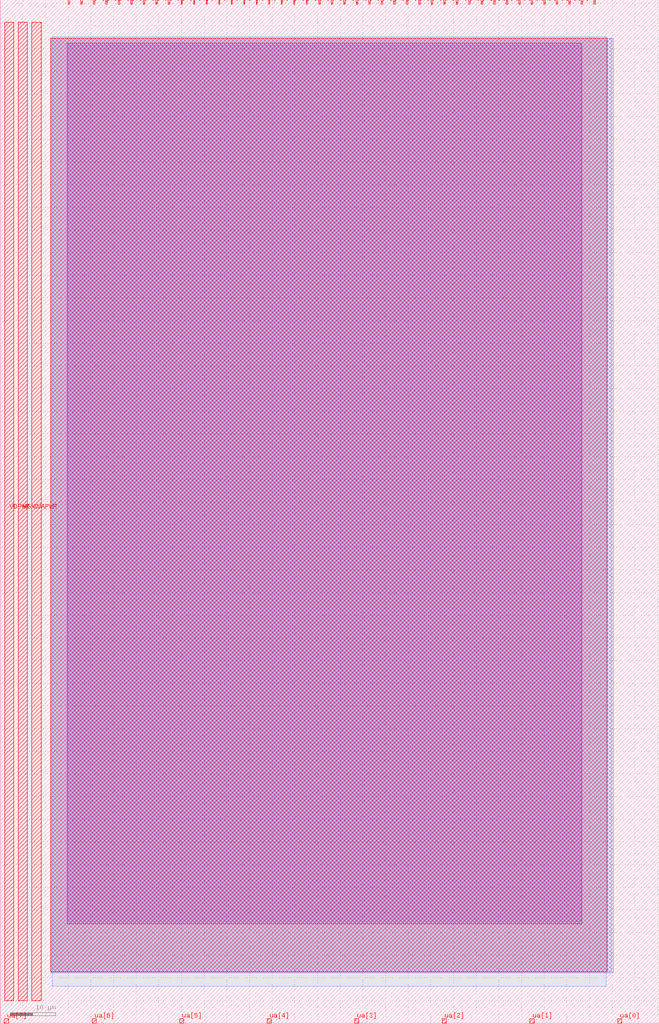
<source format=lef>
VERSION 5.7 ;
  NOWIREEXTENSIONATPIN ON ;
  DIVIDERCHAR "/" ;
  BUSBITCHARS "[]" ;
MACRO tt_um_veswaranandam_saradc_dac
  CLASS BLOCK ;
  FOREIGN tt_um_veswaranandam_saradc_dac ;
  ORIGIN 0.000 0.000 ;
  SIZE 145.360 BY 225.760 ;
  PIN clk
    DIRECTION INPUT ;
    USE SIGNAL ;
    PORT
      LAYER met4 ;
        RECT 128.190 224.760 128.490 225.760 ;
    END
  END clk
  PIN ena
    DIRECTION INPUT ;
    USE SIGNAL ;
    PORT
      LAYER met4 ;
        RECT 130.950 224.760 131.250 225.760 ;
    END
  END ena
  PIN rst_n
    DIRECTION INPUT ;
    USE SIGNAL ;
    PORT
      LAYER met4 ;
        RECT 125.430 224.760 125.730 225.760 ;
    END
  END rst_n
  PIN ua[0]
    DIRECTION INOUT ;
    USE SIGNAL ;
    PORT
      LAYER met4 ;
        RECT 136.170 0.000 137.070 1.000 ;
    END
  END ua[0]
  PIN ua[1]
    DIRECTION INOUT ;
    USE SIGNAL ;
    PORT
      LAYER met4 ;
        RECT 116.850 0.000 117.750 1.000 ;
    END
  END ua[1]
  PIN ua[2]
    DIRECTION INOUT ;
    USE SIGNAL ;
    PORT
      LAYER met4 ;
        RECT 97.530 0.000 98.430 1.000 ;
    END
  END ua[2]
  PIN ua[3]
    DIRECTION INOUT ;
    USE SIGNAL ;
    PORT
      LAYER met4 ;
        RECT 78.210 0.000 79.110 1.000 ;
    END
  END ua[3]
  PIN ua[4]
    DIRECTION INOUT ;
    USE SIGNAL ;
    PORT
      LAYER met4 ;
        RECT 58.890 0.000 59.790 1.000 ;
    END
  END ua[4]
  PIN ua[5]
    DIRECTION INOUT ;
    USE SIGNAL ;
    PORT
      LAYER met4 ;
        RECT 39.570 0.000 40.470 1.000 ;
    END
  END ua[5]
  PIN ua[6]
    DIRECTION INOUT ;
    USE SIGNAL ;
    PORT
      LAYER met4 ;
        RECT 20.250 0.000 21.150 1.000 ;
    END
  END ua[6]
  PIN ua[7]
    DIRECTION INOUT ;
    USE SIGNAL ;
    PORT
      LAYER met4 ;
        RECT 0.930 0.000 1.830 1.000 ;
    END
  END ua[7]
  PIN ui_in[0]
    DIRECTION INPUT ;
    USE SIGNAL ;
    PORT
      LAYER met4 ;
        RECT 122.670 224.760 122.970 225.760 ;
    END
  END ui_in[0]
  PIN ui_in[1]
    DIRECTION INPUT ;
    USE SIGNAL ;
    PORT
      LAYER met4 ;
        RECT 119.910 224.760 120.210 225.760 ;
    END
  END ui_in[1]
  PIN ui_in[2]
    DIRECTION INPUT ;
    USE SIGNAL ;
    PORT
      LAYER met4 ;
        RECT 117.150 224.760 117.450 225.760 ;
    END
  END ui_in[2]
  PIN ui_in[3]
    DIRECTION INPUT ;
    USE SIGNAL ;
    PORT
      LAYER met4 ;
        RECT 114.390 224.760 114.690 225.760 ;
    END
  END ui_in[3]
  PIN ui_in[4]
    DIRECTION INPUT ;
    USE SIGNAL ;
    PORT
      LAYER met4 ;
        RECT 111.630 224.760 111.930 225.760 ;
    END
  END ui_in[4]
  PIN ui_in[5]
    DIRECTION INPUT ;
    USE SIGNAL ;
    PORT
      LAYER met4 ;
        RECT 108.870 224.760 109.170 225.760 ;
    END
  END ui_in[5]
  PIN ui_in[6]
    DIRECTION INPUT ;
    USE SIGNAL ;
    PORT
      LAYER met4 ;
        RECT 106.110 224.760 106.410 225.760 ;
    END
  END ui_in[6]
  PIN ui_in[7]
    DIRECTION INPUT ;
    USE SIGNAL ;
    PORT
      LAYER met4 ;
        RECT 103.350 224.760 103.650 225.760 ;
    END
  END ui_in[7]
  PIN uio_in[0]
    DIRECTION INPUT ;
    USE SIGNAL ;
    PORT
      LAYER met4 ;
        RECT 100.590 224.760 100.890 225.760 ;
    END
  END uio_in[0]
  PIN uio_in[1]
    DIRECTION INPUT ;
    USE SIGNAL ;
    PORT
      LAYER met4 ;
        RECT 97.830 224.760 98.130 225.760 ;
    END
  END uio_in[1]
  PIN uio_in[2]
    DIRECTION INPUT ;
    USE SIGNAL ;
    PORT
      LAYER met4 ;
        RECT 95.070 224.760 95.370 225.760 ;
    END
  END uio_in[2]
  PIN uio_in[3]
    DIRECTION INPUT ;
    USE SIGNAL ;
    PORT
      LAYER met4 ;
        RECT 92.310 224.760 92.610 225.760 ;
    END
  END uio_in[3]
  PIN uio_in[4]
    DIRECTION INPUT ;
    USE SIGNAL ;
    PORT
      LAYER met4 ;
        RECT 89.550 224.760 89.850 225.760 ;
    END
  END uio_in[4]
  PIN uio_in[5]
    DIRECTION INPUT ;
    USE SIGNAL ;
    PORT
      LAYER met4 ;
        RECT 86.790 224.760 87.090 225.760 ;
    END
  END uio_in[5]
  PIN uio_in[6]
    DIRECTION INPUT ;
    USE SIGNAL ;
    PORT
      LAYER met4 ;
        RECT 84.030 224.760 84.330 225.760 ;
    END
  END uio_in[6]
  PIN uio_in[7]
    DIRECTION INPUT ;
    USE SIGNAL ;
    PORT
      LAYER met4 ;
        RECT 81.270 224.760 81.570 225.760 ;
    END
  END uio_in[7]
  PIN uio_oe[0]
    DIRECTION OUTPUT ;
    USE SIGNAL ;
    PORT
      LAYER met4 ;
        RECT 34.350 224.760 34.650 225.760 ;
    END
  END uio_oe[0]
  PIN uio_oe[1]
    DIRECTION OUTPUT ;
    USE SIGNAL ;
    PORT
      LAYER met4 ;
        RECT 31.590 224.760 31.890 225.760 ;
    END
  END uio_oe[1]
  PIN uio_oe[2]
    DIRECTION OUTPUT ;
    USE SIGNAL ;
    PORT
      LAYER met4 ;
        RECT 28.830 224.760 29.130 225.760 ;
    END
  END uio_oe[2]
  PIN uio_oe[3]
    DIRECTION OUTPUT ;
    USE SIGNAL ;
    PORT
      LAYER met4 ;
        RECT 26.070 224.760 26.370 225.760 ;
    END
  END uio_oe[3]
  PIN uio_oe[4]
    DIRECTION OUTPUT ;
    USE SIGNAL ;
    PORT
      LAYER met4 ;
        RECT 23.310 224.760 23.610 225.760 ;
    END
  END uio_oe[4]
  PIN uio_oe[5]
    DIRECTION OUTPUT ;
    USE SIGNAL ;
    PORT
      LAYER met4 ;
        RECT 20.550 224.760 20.850 225.760 ;
    END
  END uio_oe[5]
  PIN uio_oe[6]
    DIRECTION OUTPUT ;
    USE SIGNAL ;
    PORT
      LAYER met4 ;
        RECT 17.790 224.760 18.090 225.760 ;
    END
  END uio_oe[6]
  PIN uio_oe[7]
    DIRECTION OUTPUT ;
    USE SIGNAL ;
    PORT
      LAYER met4 ;
        RECT 15.030 224.760 15.330 225.760 ;
    END
  END uio_oe[7]
  PIN uio_out[0]
    DIRECTION OUTPUT ;
    USE SIGNAL ;
    PORT
      LAYER met4 ;
        RECT 56.430 224.760 56.730 225.760 ;
    END
  END uio_out[0]
  PIN uio_out[1]
    DIRECTION OUTPUT ;
    USE SIGNAL ;
    PORT
      LAYER met4 ;
        RECT 53.670 224.760 53.970 225.760 ;
    END
  END uio_out[1]
  PIN uio_out[2]
    DIRECTION OUTPUT ;
    USE SIGNAL ;
    PORT
      LAYER met4 ;
        RECT 50.910 224.760 51.210 225.760 ;
    END
  END uio_out[2]
  PIN uio_out[3]
    DIRECTION OUTPUT ;
    USE SIGNAL ;
    PORT
      LAYER met4 ;
        RECT 48.150 224.760 48.450 225.760 ;
    END
  END uio_out[3]
  PIN uio_out[4]
    DIRECTION OUTPUT ;
    USE SIGNAL ;
    PORT
      LAYER met4 ;
        RECT 45.390 224.760 45.690 225.760 ;
    END
  END uio_out[4]
  PIN uio_out[5]
    DIRECTION OUTPUT ;
    USE SIGNAL ;
    PORT
      LAYER met4 ;
        RECT 42.630 224.760 42.930 225.760 ;
    END
  END uio_out[5]
  PIN uio_out[6]
    DIRECTION OUTPUT ;
    USE SIGNAL ;
    PORT
      LAYER met4 ;
        RECT 39.870 224.760 40.170 225.760 ;
    END
  END uio_out[6]
  PIN uio_out[7]
    DIRECTION OUTPUT ;
    USE SIGNAL ;
    PORT
      LAYER met4 ;
        RECT 37.110 224.760 37.410 225.760 ;
    END
  END uio_out[7]
  PIN uo_out[0]
    DIRECTION OUTPUT ;
    USE SIGNAL ;
    PORT
      LAYER met4 ;
        RECT 78.510 224.760 78.810 225.760 ;
    END
  END uo_out[0]
  PIN uo_out[1]
    DIRECTION OUTPUT ;
    USE SIGNAL ;
    PORT
      LAYER met4 ;
        RECT 75.750 224.760 76.050 225.760 ;
    END
  END uo_out[1]
  PIN uo_out[2]
    DIRECTION OUTPUT ;
    USE SIGNAL ;
    PORT
      LAYER met4 ;
        RECT 72.990 224.760 73.290 225.760 ;
    END
  END uo_out[2]
  PIN uo_out[3]
    DIRECTION OUTPUT ;
    USE SIGNAL ;
    PORT
      LAYER met4 ;
        RECT 70.230 224.760 70.530 225.760 ;
    END
  END uo_out[3]
  PIN uo_out[4]
    DIRECTION OUTPUT ;
    USE SIGNAL ;
    PORT
      LAYER met4 ;
        RECT 67.470 224.760 67.770 225.760 ;
    END
  END uo_out[4]
  PIN uo_out[5]
    DIRECTION OUTPUT ;
    USE SIGNAL ;
    PORT
      LAYER met4 ;
        RECT 64.710 224.760 65.010 225.760 ;
    END
  END uo_out[5]
  PIN uo_out[6]
    DIRECTION OUTPUT ;
    USE SIGNAL ;
    PORT
      LAYER met4 ;
        RECT 61.950 224.760 62.250 225.760 ;
    END
  END uo_out[6]
  PIN uo_out[7]
    DIRECTION OUTPUT ;
    USE SIGNAL ;
    PORT
      LAYER met4 ;
        RECT 59.190 224.760 59.490 225.760 ;
    END
  END uo_out[7]
  PIN VDPWR
    DIRECTION INOUT ;
    USE POWER ;
    PORT
      LAYER met4 ;
        RECT 1.000 5.000 3.000 220.760 ;
    END
  END VDPWR
  PIN VGND
    DIRECTION INOUT ;
    USE GROUND ;
    PORT
      LAYER met4 ;
        RECT 4.000 5.000 6.000 220.760 ;
    END
  END VGND
  PIN VAPWR
    DIRECTION INOUT ;
    USE POWER ;
    PORT
      LAYER met4 ;
        RECT 7.000 5.000 9.000 220.760 ;
    END
  END VAPWR
  OBS
      LAYER nwell ;
        RECT 14.820 21.980 128.250 216.115 ;
      LAYER li1 ;
        RECT 15.010 22.370 128.060 215.725 ;
      LAYER met1 ;
        RECT 11.180 11.185 135.235 217.260 ;
      LAYER met2 ;
        RECT 11.180 11.405 134.805 217.260 ;
      LAYER met3 ;
        RECT 11.480 8.170 133.705 217.570 ;
      LAYER met4 ;
        RECT 11.180 11.330 133.920 217.260 ;
  END
END tt_um_veswaranandam_saradc_dac
END LIBRARY


</source>
